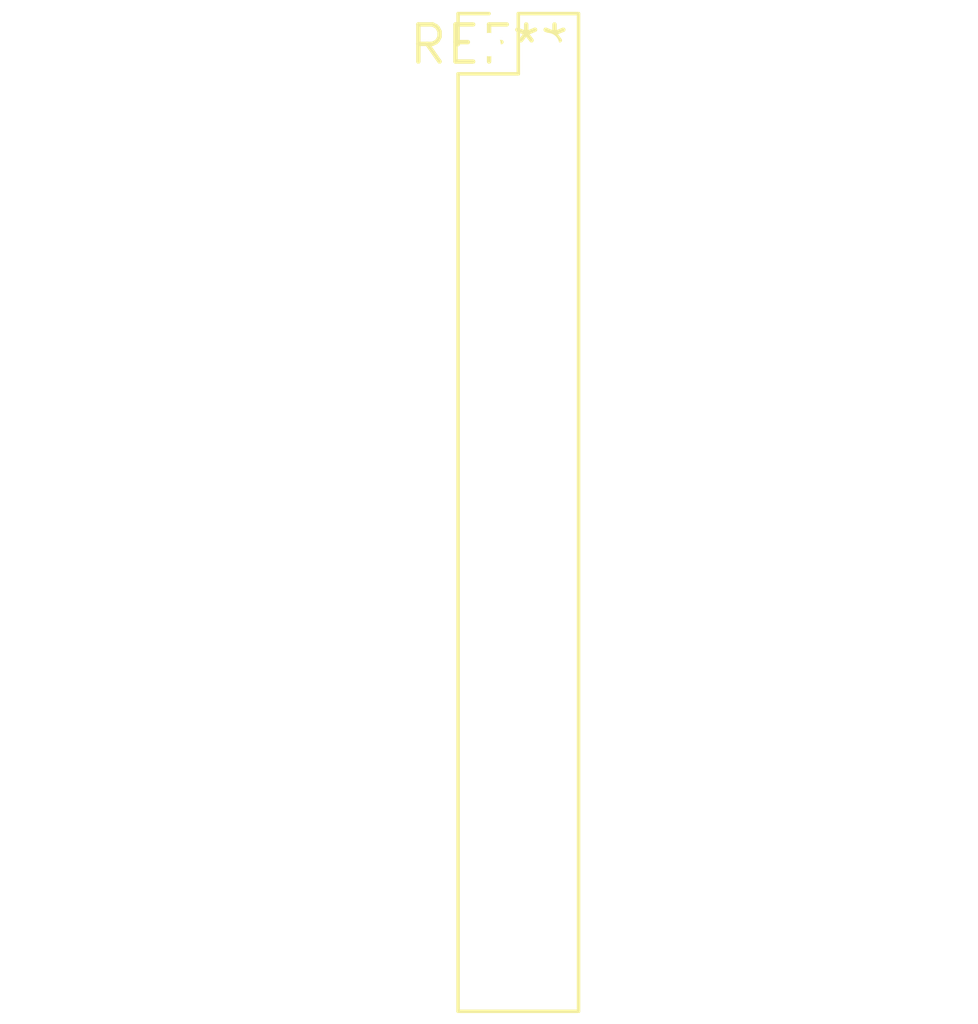
<source format=kicad_pcb>
(kicad_pcb (version 20240108) (generator pcbnew)
  (layers (0 "F.Cu" signal) (31 "B.Cu" signal) (34 "B.Paste" user) (35 "F.Paste" user) (36 "B.SilkS" user "B.Silkscreen") (37 "F.SilkS" user "F.Silkscreen") (38 "B.Mask" user) (39 "F.Mask" user) (44 "Edge.Cuts" user))
  (net 0 "")
  (footprint "PinHeader_2x17_P2.00mm_Vertical" (layer "F.Cu") (at 0 0)
    (property "Reference" "REF**")
    (property "Value" "PinHeader_2x17_P2.00mm_Vertical")
    (fp_line (start -1.06 -1.06) (end 0 -1.06) (layer "F.SilkS") (stroke (width 0.12)))
    (fp_line (start -1.06 0) (end -1.06 -1.06) (layer "F.SilkS") (stroke (width 0.12)))
    (fp_line (start -1.06 1) (end -1.06 33.06) (layer "F.SilkS") (stroke (width 0.12)))
    (fp_line (start -1.06 1) (end 1 1) (layer "F.SilkS") (stroke (width 0.12)))
    (fp_line (start -1.06 33.06) (end 3.06 33.06) (layer "F.SilkS") (stroke (width 0.12)))
    (fp_line (start 1 -1.06) (end 3.06 -1.06) (layer "F.SilkS") (stroke (width 0.12)))
    (fp_line (start 1 1) (end 1 -1.06) (layer "F.SilkS") (stroke (width 0.12)))
    (fp_line (start 3.06 -1.06) (end 3.06 33.06) (layer "F.SilkS") (stroke (width 0.12)))
    (pad "1" thru_hole rect (at 0 0) (size 1.35 1.35) (drill 0.8) (layers *.Cu *.Mask) (remove_unused_layers))
    (pad "2" thru_hole oval (at 2 0) (size 1.35 1.35) (drill 0.8) (layers *.Cu *.Mask) (remove_unused_layers))
    (pad "3" thru_hole oval (at 0 2) (size 1.35 1.35) (drill 0.8) (layers *.Cu *.Mask) (remove_unused_layers))
    (pad "4" thru_hole oval (at 2 2) (size 1.35 1.35) (drill 0.8) (layers *.Cu *.Mask) (remove_unused_layers))
    (pad "5" thru_hole oval (at 0 4) (size 1.35 1.35) (drill 0.8) (layers *.Cu *.Mask) (remove_unused_layers))
    (pad "6" thru_hole oval (at 2 4) (size 1.35 1.35) (drill 0.8) (layers *.Cu *.Mask) (remove_unused_layers))
    (pad "7" thru_hole oval (at 0 6) (size 1.35 1.35) (drill 0.8) (layers *.Cu *.Mask) (remove_unused_layers))
    (pad "8" thru_hole oval (at 2 6) (size 1.35 1.35) (drill 0.8) (layers *.Cu *.Mask) (remove_unused_layers))
    (pad "9" thru_hole oval (at 0 8) (size 1.35 1.35) (drill 0.8) (layers *.Cu *.Mask) (remove_unused_layers))
    (pad "10" thru_hole oval (at 2 8) (size 1.35 1.35) (drill 0.8) (layers *.Cu *.Mask) (remove_unused_layers))
    (pad "11" thru_hole oval (at 0 10) (size 1.35 1.35) (drill 0.8) (layers *.Cu *.Mask) (remove_unused_layers))
    (pad "12" thru_hole oval (at 2 10) (size 1.35 1.35) (drill 0.8) (layers *.Cu *.Mask) (remove_unused_layers))
    (pad "13" thru_hole oval (at 0 12) (size 1.35 1.35) (drill 0.8) (layers *.Cu *.Mask) (remove_unused_layers))
    (pad "14" thru_hole oval (at 2 12) (size 1.35 1.35) (drill 0.8) (layers *.Cu *.Mask) (remove_unused_layers))
    (pad "15" thru_hole oval (at 0 14) (size 1.35 1.35) (drill 0.8) (layers *.Cu *.Mask) (remove_unused_layers))
    (pad "16" thru_hole oval (at 2 14) (size 1.35 1.35) (drill 0.8) (layers *.Cu *.Mask) (remove_unused_layers))
    (pad "17" thru_hole oval (at 0 16) (size 1.35 1.35) (drill 0.8) (layers *.Cu *.Mask) (remove_unused_layers))
    (pad "18" thru_hole oval (at 2 16) (size 1.35 1.35) (drill 0.8) (layers *.Cu *.Mask) (remove_unused_layers))
    (pad "19" thru_hole oval (at 0 18) (size 1.35 1.35) (drill 0.8) (layers *.Cu *.Mask) (remove_unused_layers))
    (pad "20" thru_hole oval (at 2 18) (size 1.35 1.35) (drill 0.8) (layers *.Cu *.Mask) (remove_unused_layers))
    (pad "21" thru_hole oval (at 0 20) (size 1.35 1.35) (drill 0.8) (layers *.Cu *.Mask) (remove_unused_layers))
    (pad "22" thru_hole oval (at 2 20) (size 1.35 1.35) (drill 0.8) (layers *.Cu *.Mask) (remove_unused_layers))
    (pad "23" thru_hole oval (at 0 22) (size 1.35 1.35) (drill 0.8) (layers *.Cu *.Mask) (remove_unused_layers))
    (pad "24" thru_hole oval (at 2 22) (size 1.35 1.35) (drill 0.8) (layers *.Cu *.Mask) (remove_unused_layers))
    (pad "25" thru_hole oval (at 0 24) (size 1.35 1.35) (drill 0.8) (layers *.Cu *.Mask) (remove_unused_layers))
    (pad "26" thru_hole oval (at 2 24) (size 1.35 1.35) (drill 0.8) (layers *.Cu *.Mask) (remove_unused_layers))
    (pad "27" thru_hole oval (at 0 26) (size 1.35 1.35) (drill 0.8) (layers *.Cu *.Mask) (remove_unused_layers))
    (pad "28" thru_hole oval (at 2 26) (size 1.35 1.35) (drill 0.8) (layers *.Cu *.Mask) (remove_unused_layers))
    (pad "29" thru_hole oval (at 0 28) (size 1.35 1.35) (drill 0.8) (layers *.Cu *.Mask) (remove_unused_layers))
    (pad "30" thru_hole oval (at 2 28) (size 1.35 1.35) (drill 0.8) (layers *.Cu *.Mask) (remove_unused_layers))
    (pad "31" thru_hole oval (at 0 30) (size 1.35 1.35) (drill 0.8) (layers *.Cu *.Mask) (remove_unused_layers))
    (pad "32" thru_hole oval (at 2 30) (size 1.35 1.35) (drill 0.8) (layers *.Cu *.Mask) (remove_unused_layers))
    (pad "33" thru_hole oval (at 0 32) (size 1.35 1.35) (drill 0.8) (layers *.Cu *.Mask) (remove_unused_layers))
    (pad "34" thru_hole oval (at 2 32) (size 1.35 1.35) (drill 0.8) (layers *.Cu *.Mask) (remove_unused_layers))
  )
)
</source>
